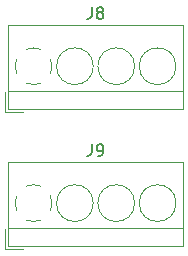
<source format=gbr>
%TF.GenerationSoftware,KiCad,Pcbnew,7.0.5*%
%TF.CreationDate,2023-06-29T13:10:02+12:00*%
%TF.ProjectId,manipulator_PCB,6d616e69-7075-46c6-9174-6f725f504342,rev?*%
%TF.SameCoordinates,Original*%
%TF.FileFunction,Legend,Top*%
%TF.FilePolarity,Positive*%
%FSLAX46Y46*%
G04 Gerber Fmt 4.6, Leading zero omitted, Abs format (unit mm)*
G04 Created by KiCad (PCBNEW 7.0.5) date 2023-06-29 13:10:02*
%MOMM*%
%LPD*%
G01*
G04 APERTURE LIST*
%ADD10C,0.150000*%
%ADD11C,0.120000*%
G04 APERTURE END LIST*
D10*
%TO.C,J9*%
X40136666Y-45794819D02*
X40136666Y-46509104D01*
X40136666Y-46509104D02*
X40089047Y-46651961D01*
X40089047Y-46651961D02*
X39993809Y-46747200D01*
X39993809Y-46747200D02*
X39850952Y-46794819D01*
X39850952Y-46794819D02*
X39755714Y-46794819D01*
X40660476Y-46794819D02*
X40850952Y-46794819D01*
X40850952Y-46794819D02*
X40946190Y-46747200D01*
X40946190Y-46747200D02*
X40993809Y-46699580D01*
X40993809Y-46699580D02*
X41089047Y-46556723D01*
X41089047Y-46556723D02*
X41136666Y-46366247D01*
X41136666Y-46366247D02*
X41136666Y-45985295D01*
X41136666Y-45985295D02*
X41089047Y-45890057D01*
X41089047Y-45890057D02*
X41041428Y-45842438D01*
X41041428Y-45842438D02*
X40946190Y-45794819D01*
X40946190Y-45794819D02*
X40755714Y-45794819D01*
X40755714Y-45794819D02*
X40660476Y-45842438D01*
X40660476Y-45842438D02*
X40612857Y-45890057D01*
X40612857Y-45890057D02*
X40565238Y-45985295D01*
X40565238Y-45985295D02*
X40565238Y-46223390D01*
X40565238Y-46223390D02*
X40612857Y-46318628D01*
X40612857Y-46318628D02*
X40660476Y-46366247D01*
X40660476Y-46366247D02*
X40755714Y-46413866D01*
X40755714Y-46413866D02*
X40946190Y-46413866D01*
X40946190Y-46413866D02*
X41041428Y-46366247D01*
X41041428Y-46366247D02*
X41089047Y-46318628D01*
X41089047Y-46318628D02*
X41136666Y-46223390D01*
%TO.C,J8*%
X40136666Y-34204819D02*
X40136666Y-34919104D01*
X40136666Y-34919104D02*
X40089047Y-35061961D01*
X40089047Y-35061961D02*
X39993809Y-35157200D01*
X39993809Y-35157200D02*
X39850952Y-35204819D01*
X39850952Y-35204819D02*
X39755714Y-35204819D01*
X40755714Y-34633390D02*
X40660476Y-34585771D01*
X40660476Y-34585771D02*
X40612857Y-34538152D01*
X40612857Y-34538152D02*
X40565238Y-34442914D01*
X40565238Y-34442914D02*
X40565238Y-34395295D01*
X40565238Y-34395295D02*
X40612857Y-34300057D01*
X40612857Y-34300057D02*
X40660476Y-34252438D01*
X40660476Y-34252438D02*
X40755714Y-34204819D01*
X40755714Y-34204819D02*
X40946190Y-34204819D01*
X40946190Y-34204819D02*
X41041428Y-34252438D01*
X41041428Y-34252438D02*
X41089047Y-34300057D01*
X41089047Y-34300057D02*
X41136666Y-34395295D01*
X41136666Y-34395295D02*
X41136666Y-34442914D01*
X41136666Y-34442914D02*
X41089047Y-34538152D01*
X41089047Y-34538152D02*
X41041428Y-34585771D01*
X41041428Y-34585771D02*
X40946190Y-34633390D01*
X40946190Y-34633390D02*
X40755714Y-34633390D01*
X40755714Y-34633390D02*
X40660476Y-34681009D01*
X40660476Y-34681009D02*
X40612857Y-34728628D01*
X40612857Y-34728628D02*
X40565238Y-34823866D01*
X40565238Y-34823866D02*
X40565238Y-35014342D01*
X40565238Y-35014342D02*
X40612857Y-35109580D01*
X40612857Y-35109580D02*
X40660476Y-35157200D01*
X40660476Y-35157200D02*
X40755714Y-35204819D01*
X40755714Y-35204819D02*
X40946190Y-35204819D01*
X40946190Y-35204819D02*
X41041428Y-35157200D01*
X41041428Y-35157200D02*
X41089047Y-35109580D01*
X41089047Y-35109580D02*
X41136666Y-35014342D01*
X41136666Y-35014342D02*
X41136666Y-34823866D01*
X41136666Y-34823866D02*
X41089047Y-34728628D01*
X41089047Y-34728628D02*
X41041428Y-34681009D01*
X41041428Y-34681009D02*
X40946190Y-34633390D01*
D11*
%TO.C,J9*%
X32820000Y-52960000D02*
X32820000Y-54700000D01*
X32820000Y-54700000D02*
X34320000Y-54700000D01*
X33060000Y-47340000D02*
X33060000Y-54460000D01*
X33060000Y-47340000D02*
X47880000Y-47340000D01*
X33060000Y-52900000D02*
X47880000Y-52900000D01*
X33060000Y-54460000D02*
X47880000Y-54460000D01*
X47880000Y-47340000D02*
X47880000Y-54460000D01*
X33788000Y-50192000D02*
G75*
G03*
X33787891Y-51407742I1432000J-608000D01*
G01*
X35828000Y-49368000D02*
G75*
G03*
X34612258Y-49367891I-608000J-1432000D01*
G01*
X34612000Y-52231999D02*
G75*
G03*
X35247011Y-52355492I607998J1431987D01*
G01*
X35220000Y-52354999D02*
G75*
G03*
X35827587Y-52231384I0J1554999D01*
G01*
X36652000Y-51408000D02*
G75*
G03*
X36652109Y-50192258I-1432003J607999D01*
G01*
X40275000Y-50800000D02*
G75*
G03*
X40275000Y-50800000I-1555000J0D01*
G01*
X43775000Y-50800000D02*
G75*
G03*
X43775000Y-50800000I-1555000J0D01*
G01*
X47275000Y-50800000D02*
G75*
G03*
X47275000Y-50800000I-1555000J0D01*
G01*
%TO.C,J8*%
X32820000Y-41370000D02*
X32820000Y-43110000D01*
X32820000Y-43110000D02*
X34320000Y-43110000D01*
X33060000Y-35750000D02*
X33060000Y-42870000D01*
X33060000Y-35750000D02*
X47880000Y-35750000D01*
X33060000Y-41310000D02*
X47880000Y-41310000D01*
X33060000Y-42870000D02*
X47880000Y-42870000D01*
X47880000Y-35750000D02*
X47880000Y-42870000D01*
X33788000Y-38602000D02*
G75*
G03*
X33787891Y-39817742I1432000J-608000D01*
G01*
X35828000Y-37778000D02*
G75*
G03*
X34612258Y-37777891I-608000J-1432000D01*
G01*
X34612000Y-40641999D02*
G75*
G03*
X35247011Y-40765492I607998J1431987D01*
G01*
X35220000Y-40764999D02*
G75*
G03*
X35827587Y-40641384I0J1554999D01*
G01*
X36652000Y-39818000D02*
G75*
G03*
X36652109Y-38602258I-1432003J607999D01*
G01*
X40275000Y-39210000D02*
G75*
G03*
X40275000Y-39210000I-1555000J0D01*
G01*
X43775000Y-39210000D02*
G75*
G03*
X43775000Y-39210000I-1555000J0D01*
G01*
X47275000Y-39210000D02*
G75*
G03*
X47275000Y-39210000I-1555000J0D01*
G01*
%TD*%
M02*

</source>
